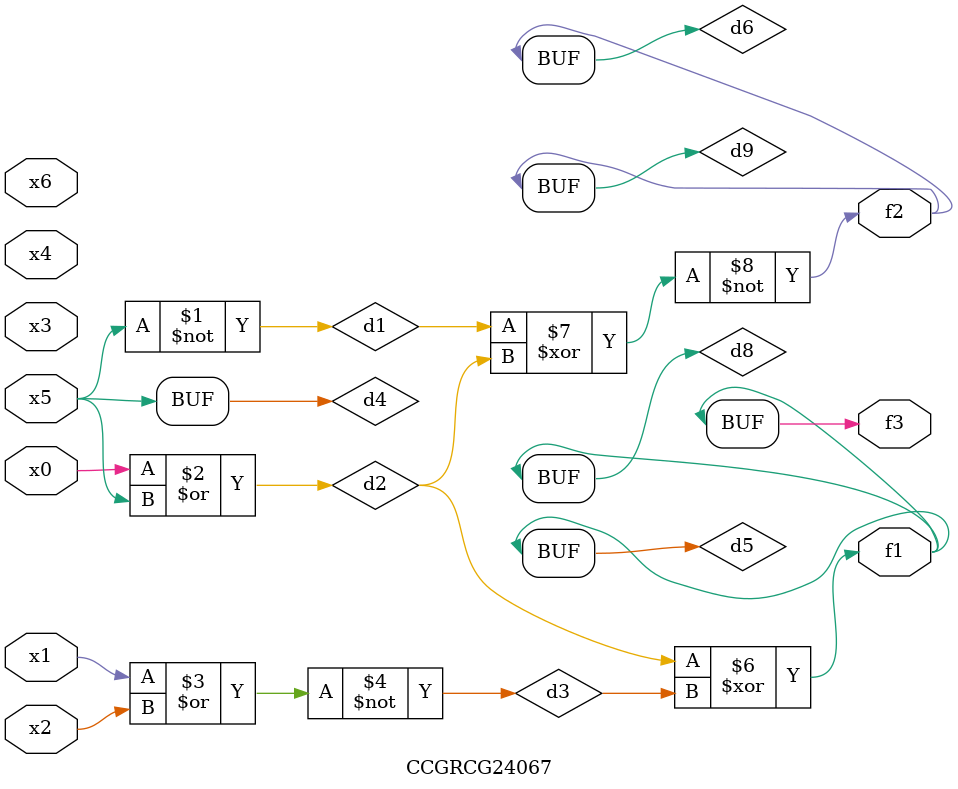
<source format=v>
module CCGRCG24067(
	input x0, x1, x2, x3, x4, x5, x6,
	output f1, f2, f3
);

	wire d1, d2, d3, d4, d5, d6, d7, d8, d9;

	nand (d1, x5);
	or (d2, x0, x5);
	nor (d3, x1, x2);
	xnor (d4, d1);
	xor (d5, d2, d3);
	xnor (d6, d1, d2);
	not (d7, x4);
	buf (d8, d5);
	xor (d9, d6);
	assign f1 = d8;
	assign f2 = d9;
	assign f3 = d8;
endmodule

</source>
